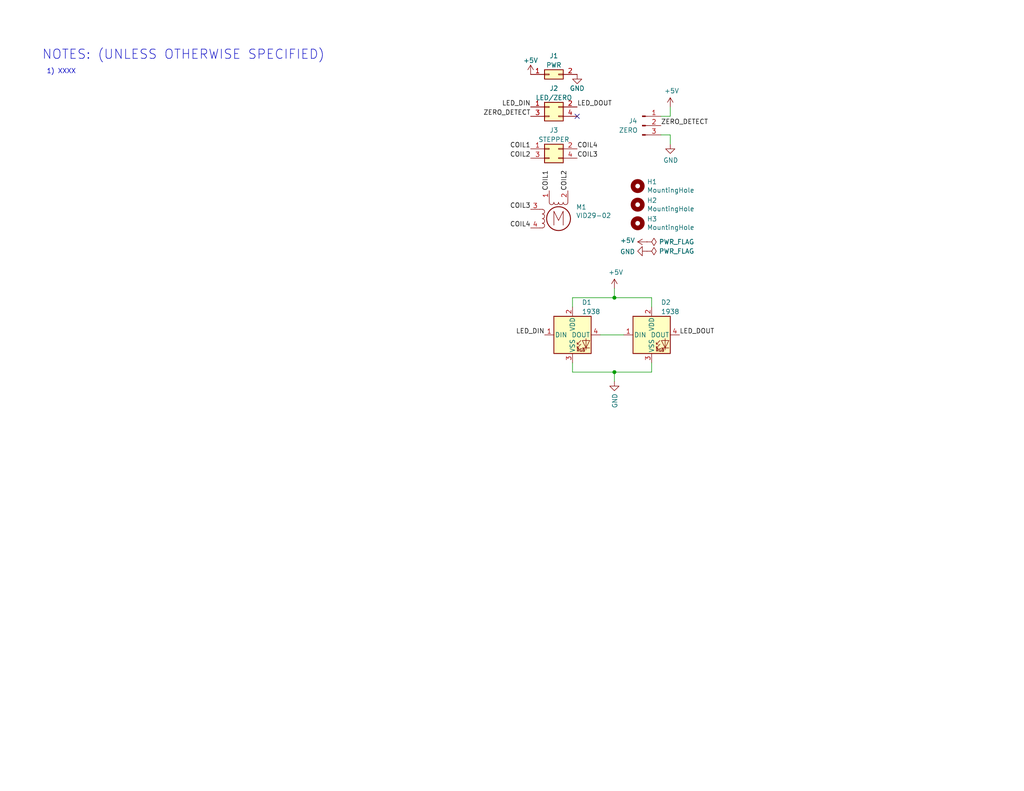
<source format=kicad_sch>
(kicad_sch (version 20211123) (generator eeschema)
  (paper "A")
  (title_block (date "2022-08-04") (rev "2"))
  (lib_symbols
    (symbol "Connector:Conn_01x03_Male" (pin_names (offset 1.016) hide)
      (property "Reference" "J" (at 0 5.08 0))
      (property "Value" "Conn_01x03_Male" (at 0 -5.08 0))
      (symbol "Conn_01x03_Male_1_1"
        (polyline (pts (xy 1.27 -2.54) (xy 0.8636 -2.54)) (stroke (width 0.1524)))
        (polyline (pts (xy 1.27 0) (xy 0.8636 0)) (stroke (width 0.1524)))
        (polyline (pts (xy 1.27 2.54) (xy 0.8636 2.54)) (stroke (width 0.1524)))
        (rectangle (start 0.8636 -2.413) (end 0 -2.667) (stroke (width 0.1524)) (fill (type outline)))
        (rectangle (start 0.8636 0.127) (end 0 -0.127) (stroke (width 0.1524)) (fill (type outline)))
        (rectangle (start 0.8636 2.667) (end 0 2.413) (stroke (width 0.1524)) (fill (type outline)))
        (pin passive line (at 5.08 2.54 180) (length 3.81) (name "Pin_1") (number "1"))
        (pin passive line (at 5.08 0 180) (length 3.81) (name "Pin_2") (number "2"))
        (pin passive line (at 5.08 -2.54 180) (length 3.81) (name "Pin_3") (number "3"))
      )
    )
    (symbol "Connector_Generic:Conn_02x01" (pin_names (offset 1.016) hide)
      (property "Reference" "J" (at 1.27 2.54 0))
      (property "Value" "Conn_02x01" (at 1.27 -2.54 0))
      (symbol "Conn_02x01_1_1"
        (rectangle (start -1.27 0.127) (end 0 -0.127) (stroke (width 0.1524)))
        (rectangle (start -1.27 1.27) (end 3.81 -1.27) (stroke (width 0.254)) (fill (type background)))
        (rectangle (start 3.81 0.127) (end 2.54 -0.127) (stroke (width 0.1524)))
        (pin passive line (at -5.08 0 0) (length 3.81) (name "Pin_1") (number "1"))
        (pin passive line (at 7.62 0 180) (length 3.81) (name "Pin_2") (number "2"))
      )
    )
    (symbol "Connector_Generic:Conn_02x02_Odd_Even" (pin_names (offset 1.016) hide)
      (property "Reference" "J" (at 1.27 2.54 0))
      (property "Value" "Conn_02x02_Odd_Even" (at 1.27 -5.08 0))
      (symbol "Conn_02x02_Odd_Even_1_1"
        (rectangle (start -1.27 -2.413) (end 0 -2.667) (stroke (width 0.1524)))
        (rectangle (start -1.27 0.127) (end 0 -0.127) (stroke (width 0.1524)))
        (rectangle (start -1.27 1.27) (end 3.81 -3.81) (stroke (width 0.254)) (fill (type background)))
        (rectangle (start 3.81 -2.413) (end 2.54 -2.667) (stroke (width 0.1524)))
        (rectangle (start 3.81 0.127) (end 2.54 -0.127) (stroke (width 0.1524)))
        (pin passive line (at -5.08 0 0) (length 3.81) (name "Pin_1") (number "1"))
        (pin passive line (at 7.62 0 180) (length 3.81) (name "Pin_2") (number "2"))
        (pin passive line (at -5.08 -2.54 0) (length 3.81) (name "Pin_3") (number "3"))
        (pin passive line (at 7.62 -2.54 180) (length 3.81) (name "Pin_4") (number "4"))
      )
    )
    (symbol "KiCadCustomLib:1938" (pin_names (offset 0.254))
      (property "Reference" "D" (at 5.08 5.715 0))
      (property "Value" "1938" (at 1.27 -5.715 0))
      (symbol "1938_0_0"
        (text "RGB" (at 2.286 -4.191 0) (effects (font (size 0.762 0.762))))
      )
      (symbol "1938_0_1"
        (polyline (pts (xy 1.27 -3.556) (xy 1.778 -3.556)))
        (polyline (pts (xy 1.27 -2.54) (xy 1.778 -2.54)))
        (polyline (pts (xy 4.699 -3.556) (xy 2.667 -3.556)))
        (polyline (pts (xy 2.286 -2.54) (xy 1.27 -3.556) (xy 1.27 -3.048)))
        (polyline (pts (xy 2.286 -1.524) (xy 1.27 -2.54) (xy 1.27 -2.032)))
        (polyline (pts (xy 3.683 -1.016) (xy 3.683 -3.556) (xy 3.683 -4.064)))
        (polyline (pts (xy 4.699 -1.524) (xy 2.667 -1.524) (xy 3.683 -3.556) (xy 4.699 -1.524)))
        (rectangle (start 5.08 5.08) (end -5.08 -5.08) (stroke (width 0.254)) (fill (type background)))
      )
      (symbol "1938_1_1"
        (pin input line (at -7.62 0 0) (length 2.54) (name "DIN") (number "1"))
        (pin power_in line (at 0 7.62 270) (length 2.54) (name "VDD") (number "2"))
        (pin power_in line (at 0 -7.62 90) (length 2.54) (name "VSS") (number "3"))
        (pin output line (at 7.62 0 180) (length 2.54) (name "DOUT") (number "4"))
      )
    )
    (symbol "Mechanical:MountingHole" (pin_names (offset 1.016))
      (property "Reference" "H" (at 0 5.08 0))
      (property "Value" "MountingHole" (at 0 3.175 0))
      (symbol "MountingHole_0_1"
        (circle (center 0 0) (radius 1.27) (stroke (width 1.27)))
      )
    )
    (symbol "Motor:Stepper_Motor_bipolar" (pin_names (offset 0) hide)
      (property "Reference" "M" (at 3.81 2.54 0))
      (property "Value" "Stepper_Motor_bipolar" (at 3.81 1.27 0))
      (symbol "Stepper_Motor_bipolar_0_0"
        (polyline (pts (xy -1.27 -1.778) (xy -1.27 2.032) (xy 0 -0.508) (xy 1.27 2.032) (xy 1.27 -1.778)))
      )
      (symbol "Stepper_Motor_bipolar_0_1"
        (arc (start -4.445 -2.54) (mid -3.81 -1.905) (end -4.445 -1.27))
        (arc (start -4.445 -1.27) (mid -3.81 -0.635) (end -4.445 0))
        (arc (start -4.445 0) (mid -3.81 0.635) (end -4.445 1.27))
        (arc (start -4.445 1.27) (mid -3.81 1.905) (end -4.445 2.54))
        (arc (start -2.54 4.445) (mid -1.905 3.81) (end -1.27 4.445))
        (arc (start -1.27 4.445) (mid -0.635 3.81) (end 0 4.445))
        (polyline (pts (xy -5.08 -2.54) (xy -4.445 -2.54)))
        (polyline (pts (xy -5.08 2.54) (xy -4.445 2.54)))
        (polyline (pts (xy -2.54 5.08) (xy -2.54 4.445)))
        (polyline (pts (xy 2.54 5.08) (xy 2.54 4.445)))
        (circle (center 0 0) (radius 3.2512) (stroke (width 0.254)))
        (arc (start 0 4.445) (mid 0.635 3.81) (end 1.27 4.445))
        (arc (start 1.27 4.445) (mid 1.905 3.81) (end 2.54 4.445))
      )
      (symbol "Stepper_Motor_bipolar_1_1"
        (pin passive line (at -2.54 7.62 270) (length 2.54) (name "~") (number "1"))
        (pin passive line (at 2.54 7.62 270) (length 2.54) (name "-") (number "2"))
        (pin passive line (at -7.62 2.54 0) (length 2.54) (name "~") (number "3"))
        (pin passive line (at -7.62 -2.54 0) (length 2.54) (name "~") (number "4"))
      )
    )
    (symbol "power:+5V" (power) (pin_names (offset 0))
      (property "Value" "+5V" (at 0 3.556 0))
      (symbol "+5V_0_1"
        (polyline (pts (xy -0.762 1.27) (xy 0 2.54)))
        (polyline (pts (xy 0 0) (xy 0 2.54)))
        (polyline (pts (xy 0 2.54) (xy 0.762 1.27)))
      )
      (symbol "+5V_1_1"
        (pin power_in line (at 0 0 90) (length 0) hide (name "+5V") (number "1"))
      )
    )
    (symbol "power:GND" (power) (pin_names (offset 0))
      (property "Value" "GND" (at 0 -3.81 0))
      (symbol "GND_0_1"
        (polyline (pts (xy 0 0) (xy 0 -1.27) (xy 1.27 -1.27) (xy 0 -2.54) (xy -1.27 -1.27) (xy 0 -1.27)))
      )
      (symbol "GND_1_1"
        (pin power_in line (at 0 0 270) (length 0) hide (name "GND") (number "1"))
      )
    )
    (symbol "power:PWR_FLAG" (power) (pin_numbers hide) (pin_names (offset 0) hide)
      (property "Value" "PWR_FLAG" (at 0 3.81 0))
      (symbol "PWR_FLAG_0_0"
        (pin power_out line (at 0 0 90) (length 0) (name "pwr") (number "1"))
      )
      (symbol "PWR_FLAG_0_1"
        (polyline (pts (xy 0 0) (xy 0 1.27) (xy -1.016 1.905) (xy 0 2.54) (xy 1.016 1.905) (xy 0 1.27)))
      )
    )
  )
  (junction (at 167.64 81.28))
  (junction (at 167.64 101.6))
  (no_connect (at 157.48 31.75))
  (wire (pts (xy 167.64 101.6) (xy 177.8 101.6)))
  (wire (pts (xy 177.8 101.6) (xy 177.8 99.06)))
  (wire (pts (xy 163.83 91.44) (xy 170.18 91.44)))
  (wire (pts (xy 156.21 81.28) (xy 167.64 81.28)))
  (wire (pts (xy 167.64 101.6) (xy 167.64 104.14)))
  (wire (pts (xy 182.88 31.75) (xy 182.88 29.21)))
  (wire (pts (xy 177.8 81.28) (xy 177.8 83.82)))
  (wire (pts (xy 182.88 39.37) (xy 182.88 36.83)))
  (wire (pts (xy 156.21 99.06) (xy 156.21 101.6)))
  (wire (pts (xy 167.64 78.74) (xy 167.64 81.28)))
  (wire (pts (xy 180.34 31.75) (xy 182.88 31.75)))
  (wire (pts (xy 156.21 101.6) (xy 167.64 101.6)))
  (wire (pts (xy 182.88 36.83) (xy 180.34 36.83)))
  (wire (pts (xy 156.21 83.82) (xy 156.21 81.28)))
  (wire (pts (xy 167.64 81.28) (xy 177.8 81.28)))
  (text "1) XXXX" (at 12.7 20.32 0) (effects (font (size 1.27 1.27)) (justify left bottom)))
  (text "NOTES: (UNLESS OTHERWISE SPECIFIED)" (at 11.43 16.51 0) (effects (font (size 2.54 2.54)) (justify left bottom)))
  (label "COIL4" (at 144.78 62.23 180))
  (label "LED_DOUT" (at 157.48 29.21 0))
  (label "ZERO_DETECT" (at 180.34 34.29 0))
  (label "COIL1" (at 149.86 52.07 90))
  (label "LED_DOUT" (at 185.42 91.44 0))
  (label "LED_DIN" (at 148.59 91.44 180))
  (label "COIL2" (at 144.78 43.18 180))
  (label "COIL3" (at 144.78 57.15 180))
  (label "ZERO_DETECT" (at 144.78 31.75 180))
  (label "COIL2" (at 154.94 52.07 90))
  (label "LED_DIN" (at 144.78 29.21 180))
  (label "COIL1" (at 144.78 40.64 180))
  (label "COIL4" (at 157.48 40.64 0))
  (label "COIL3" (at 157.48 43.18 0))
  (symbol (lib_id "power:PWR_FLAG") (at 176.53 68.58 270) (unit 1)
    (property "Reference" "#FLG02" (effects hide))
    (property "Value" "PWR_FLAG" (at 179.7812 68.58 90) (effects (justify left)))
  )
  (symbol (lib_id "power:GND") (at 176.53 68.58 270) (unit 1)
    (property "Reference" "#PWR09" (effects hide))
    (property "Value" "GND" (at 173.2788 68.707 90) (effects (justify right)))
  )
  (symbol (lib_id "Motor:Stepper_Motor_bipolar") (at 152.4 59.69 0) (unit 1)
    (property "Reference" "M1" (at 157.1752 56.5404 0) (effects (justify left)))
    (property "Value" "VID29-02" (at 157.1752 58.8518 0) (effects (justify left)))
    (property "Footprint" "KiCAD Libraries:VID29-02" (effects hide))
    (property "Datasheet" "https://guy.carpenter.id.au/gaugette/resources/vid/20091026113525_VID29_manual_EN-080606.pdf" (effects hide))
  )
  (symbol (lib_id "Connector:Conn_01x03_Male") (at 175.26 34.29 0) (unit 1)
    (property "Reference" "J4" (at 172.72 33.02 0))
    (property "Value" "ZERO" (at 171.45 35.56 0))
    (property "Footprint" "Connector_PinHeader_2.54mm:PinHeader_1x03_P2.54mm_Vertical" (effects hide))
  )
  (symbol (lib_id "power:+5V") (at 182.88 29.21 0) (unit 1)
    (property "Reference" "#PWR011" (effects hide))
    (property "Value" "+5V" (at 183.261 24.8158 0))
  )
  (symbol (lib_id "power:GND") (at 182.88 39.37 0) (unit 1)
    (property "Reference" "#PWR013" (effects hide))
    (property "Value" "GND" (at 183.007 43.7642 0))
  )
  (symbol (lib_id "power:+5V") (at 176.53 66.04 90) (unit 1)
    (property "Reference" "#PWR012" (effects hide))
    (property "Value" "+5V" (at 173.2788 65.659 90) (effects (justify left)))
  )
  (symbol (lib_id "power:PWR_FLAG") (at 176.53 66.04 270) (unit 1)
    (property "Reference" "#FLG03" (effects hide))
    (property "Value" "PWR_FLAG" (at 179.7812 66.04 90) (effects (justify left)))
  )
  (symbol (lib_id "KiCadCustomLib:1938") (at 156.21 91.44 0) (unit 1)
    (property "Reference" "D1" (at 158.75 82.55 0) (effects (justify left)))
    (property "Value" "1938" (at 158.75 85.09 0) (effects (justify left)))
    (property "Footprint" "LED_THT:LED_D5.0mm-4_RGB" (effects hide))
    (property "Datasheet" "https://www.adafruit.com/product/1938" (effects hide))
  )
  (symbol (lib_id "KiCadCustomLib:1938") (at 177.8 91.44 0) (unit 1)
    (property "Reference" "D2" (at 180.34 82.55 0) (effects (justify left)))
    (property "Value" "1938" (at 180.34 85.09 0) (effects (justify left)))
    (property "Footprint" "LED_THT:LED_D5.0mm-4_RGB" (effects hide))
    (property "Datasheet" "https://www.adafruit.com/product/1938" (effects hide))
  )
  (symbol (lib_id "power:+5V") (at 167.64 78.74 0) (unit 1)
    (property "Reference" "#PWR01" (effects hide))
    (property "Value" "+5V" (at 168.021 74.3458 0))
  )
  (symbol (lib_id "power:GND") (at 167.64 104.14 0) (unit 1)
    (property "Reference" "#PWR02" (effects hide))
    (property "Value" "GND" (at 167.767 107.3912 90) (effects (justify right)))
  )
  (symbol (lib_id "Mechanical:MountingHole") (at 173.99 50.8 0) (unit 1)
    (property "Reference" "H1" (at 176.53 49.6316 0) (effects (justify left)))
    (property "Value" "MountingHole" (at 176.53 51.943 0) (effects (justify left)))
    (property "Footprint" "MountingHole:MountingHole_2.5mm" (effects hide))
  )
  (symbol (lib_id "Mechanical:MountingHole") (at 173.99 55.88 0) (unit 1)
    (property "Reference" "H2" (at 176.53 54.7116 0) (effects (justify left)))
    (property "Value" "MountingHole" (at 176.53 57.023 0) (effects (justify left)))
    (property "Footprint" "MountingHole:MountingHole_2.5mm" (effects hide))
  )
  (symbol (lib_id "Mechanical:MountingHole") (at 173.99 60.96 0) (unit 1)
    (property "Reference" "H3" (at 176.53 59.7916 0) (effects (justify left)))
    (property "Value" "MountingHole" (at 176.53 62.103 0) (effects (justify left)))
    (property "Footprint" "MountingHole:MountingHole_2.5mm" (effects hide))
  )
  (symbol (lib_id "Connector_Generic:Conn_02x02_Odd_Even") (at 149.86 40.64 0) (unit 1)
    (property "Reference" "J3" (at 151.13 35.56 0))
    (property "Value" "STEPPER" (at 151.13 38.1 0))
    (property "Footprint" "Connector_PinHeader_2.54mm:PinHeader_2x02_P2.54mm_Vertical" (effects hide))
  )
  (symbol (lib_id "Connector_Generic:Conn_02x02_Odd_Even") (at 149.86 29.21 0) (unit 1)
    (property "Reference" "J2" (at 151.13 24.13 0))
    (property "Value" "LED/ZERO" (at 151.13 26.67 0))
    (property "Footprint" "Connector_PinHeader_2.54mm:PinHeader_2x02_P2.54mm_Vertical" (effects hide))
  )
  (symbol (lib_id "Connector_Generic:Conn_02x01") (at 149.86 20.32 0) (unit 1)
    (property "Reference" "J1" (at 151.13 15.24 0))
    (property "Value" "PWR" (at 151.13 17.78 0))
    (property "Footprint" "Connector_PinHeader_2.54mm:PinHeader_2x01_P2.54mm_Vertical" (effects hide))
  )
  (symbol (lib_id "power:+5V") (at 144.78 20.32 0) (unit 1)
    (property "Reference" "#PWR0101" (effects hide))
    (property "Value" "+5V" (at 144.78 16.51 0))
  )
  (symbol (lib_id "power:GND") (at 157.48 20.32 0) (unit 1)
    (property "Reference" "#PWR0102" (effects hide))
    (property "Value" "GND" (at 157.48 24.13 0))
  )
)
</source>
